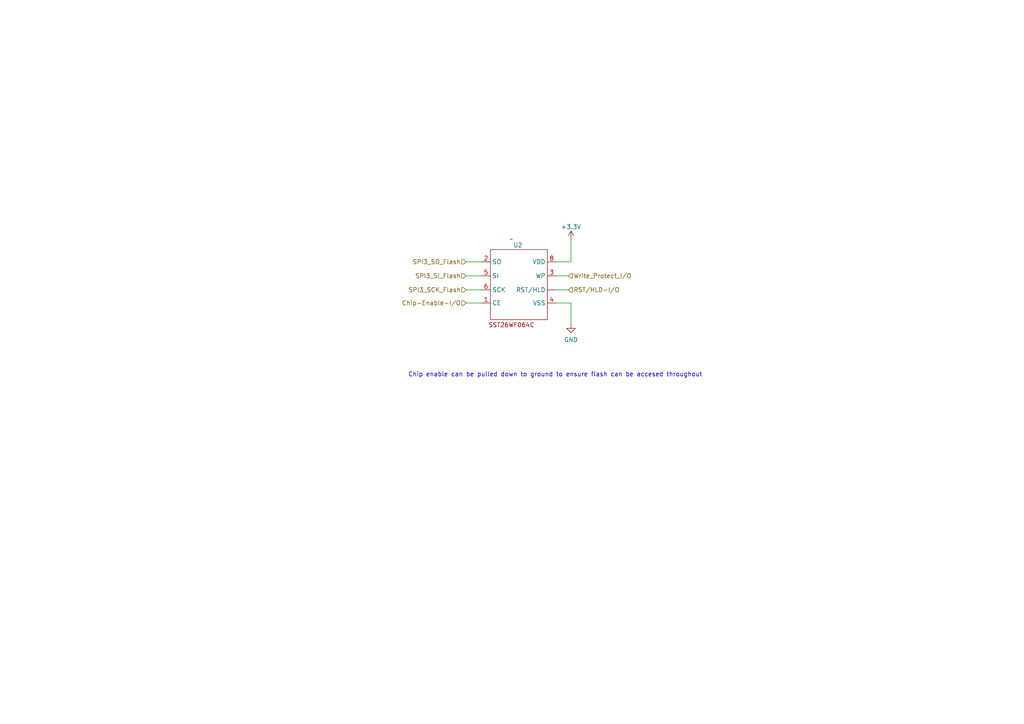
<source format=kicad_sch>
(kicad_sch (version 20230121) (generator eeschema)
  (paper "A4")
  (lib_symbols
    (symbol "Fermion_1:SST26WF064C"
      (property "Reference" "U" (at 1.778 -2.286 0))
      (symbol "SST26WF064C_0_1"
        (rectangle (start -6.096 -3.048) (end 10.414 -23.368))
        (text "SST26WF064C" (at 0 -24.892 0) (effects (font (size 1.27 1.27))))
      )
      (symbol "SST26WF064C_1_1"
        (pin input line (at 12.954 -14.732 180) (length 2.54) (name "RST/HLD") (number ""))
        (pin input line (at -8.636 -18.542 0) (length 2.54) (name "CE") (number "1"))
        (pin input line (at -8.636 -6.604 0) (length 2.54) (name "SO") (number "2"))
        (pin input line (at 12.954 -10.668 180) (length 2.54) (name "WP") (number "3"))
        (pin input line (at 12.954 -18.542 180) (length 2.54) (name "VSS") (number "4"))
        (pin input line (at -8.636 -10.668 0) (length 2.54) (name "SI") (number "5"))
        (pin input line (at -8.636 -14.732 0) (length 2.54) (name "SCK") (number "6"))
        (pin input line (at 12.954 -6.604 180) (length 2.54) (name "VDD") (number "8"))
      )
    )
    (symbol "power:+3.3V" (power) (pin_names (offset 0))
      (property "Value" "+3.3V" (at 0 3.556 0))
      (symbol "+3.3V_0_1"
        (polyline (pts (xy -0.762 1.27) (xy 0 2.54)))
        (polyline (pts (xy 0 0) (xy 0 2.54)))
        (polyline (pts (xy 0 2.54) (xy 0.762 1.27)))
      )
      (symbol "+3.3V_1_1"
        (pin power_in line (at 0 0 90) (length 0) hide (name "+3.3V") (number "1"))
      )
    )
    (symbol "power:GND" (power) (pin_names (offset 0))
      (property "Value" "GND" (at 0 -3.81 0))
      (symbol "GND_0_1"
        (polyline (pts (xy 0 0) (xy 0 -1.27) (xy 1.27 -1.27) (xy 0 -2.54) (xy -1.27 -1.27) (xy 0 -1.27)))
      )
      (symbol "GND_1_1"
        (pin power_in line (at 0 0 270) (length 0) hide (name "GND") (number "1"))
      )
    )
  )
  (wire (pts (xy 161.29 84.074) (xy 164.846 84.074)))
  (wire (pts (xy 161.29 87.884) (xy 165.608 87.884)))
  (wire (pts (xy 135.128 75.946) (xy 139.7 75.946)))
  (wire (pts (xy 135.128 80.01) (xy 139.7 80.01)))
  (wire (pts (xy 165.608 75.946) (xy 161.29 75.946)))
  (wire (pts (xy 135.128 84.074) (xy 139.7 84.074)))
  (wire (pts (xy 135.128 87.884) (xy 139.7 87.884)))
  (wire (pts (xy 161.29 80.01) (xy 164.846 80.01)))
  (wire (pts (xy 165.608 69.596) (xy 165.608 75.946)))
  (wire (pts (xy 165.608 87.884) (xy 165.608 93.98)))
  (text "Chip enable can be pulled down to ground to ensure flash can be accesed throughout\n" (at 118.364 109.474 0) (effects (font (size 1.27 1.27)) (justify left bottom)))
  (hierarchical_label "SPI3_SCK_Flash" (shape input) (at 135.128 84.074 180))
  (hierarchical_label "Chip-Enable-I{slash}O" (shape input) (at 135.128 87.884 180))
  (hierarchical_label "RST{slash}HLD-I{slash}O" (shape input) (at 164.846 84.074 0))
  (hierarchical_label "SPI3_SI_Flash" (shape input) (at 135.128 80.01 180))
  (hierarchical_label "SPI3_SO_Flash" (shape input) (at 135.128 75.946 180))
  (hierarchical_label "Write_Protect_I{slash}O" (shape input) (at 164.846 80.01 0))
  (symbol (lib_id "power:GND") (at 165.608 93.98 0) (unit 1)
    (property "Reference" "#PWR019" (effects hide))
    (property "Value" "GND" (at 165.608 98.552 0))
  )
  (symbol (lib_id "power:+3.3V") (at 165.608 69.596 0) (unit 1)
    (property "Reference" "#PWR029" (effects hide))
    (property "Value" "+1.8V" (at 165.608 65.786 0))
    (instances (project "EMG_2" (path "" (reference "#PWR029") (unit 1)) (path "" (reference "#PWR030") (unit 1))))
  )
  (symbol (lib_id "Fermion_1:SST26WF064C") (at 148.336 69.342 0) (unit 1)
    (property "Reference" "U2" (at 150.1962 71.12 0))
    (property "Value" "~" (at 148.336 69.342 0))
    (property "Footprint" "Fermion_1:Flash_SOIC127P794X203-8N" (effects hide))
  )
)
</source>
